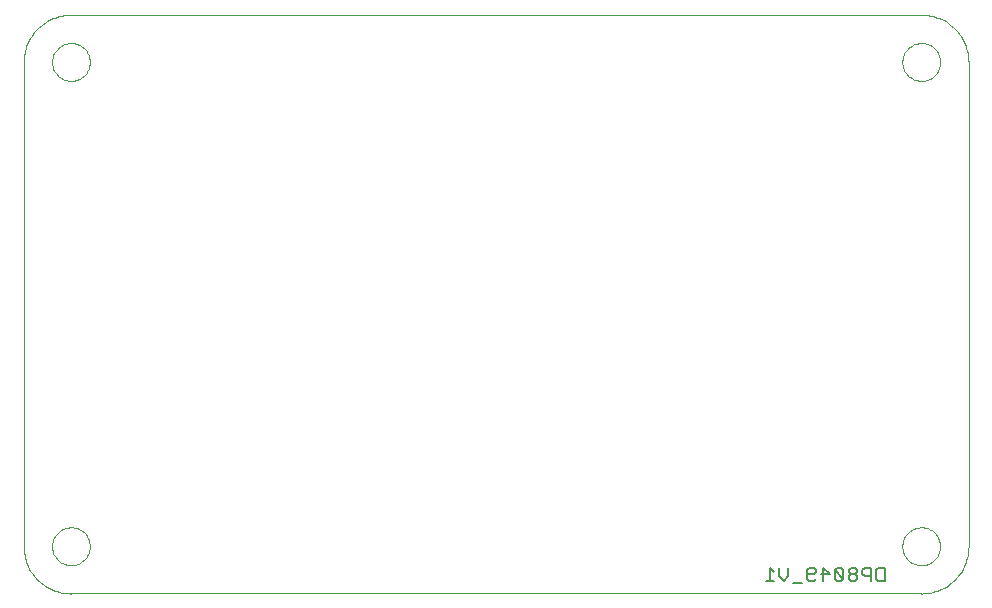
<source format=gbo>
G75*
%MOIN*%
%OFA0B0*%
%FSLAX24Y24*%
%IPPOS*%
%LPD*%
%AMOC8*
5,1,8,0,0,1.08239X$1,22.5*
%
%ADD10C,0.0000*%
%ADD11C,0.0060*%
D10*
X006993Y003416D02*
X035339Y003416D01*
X034709Y004990D02*
X034711Y005040D01*
X034717Y005090D01*
X034727Y005139D01*
X034741Y005187D01*
X034758Y005234D01*
X034779Y005279D01*
X034804Y005323D01*
X034832Y005364D01*
X034864Y005403D01*
X034898Y005440D01*
X034935Y005474D01*
X034975Y005504D01*
X035017Y005531D01*
X035061Y005555D01*
X035107Y005576D01*
X035154Y005592D01*
X035202Y005605D01*
X035252Y005614D01*
X035301Y005619D01*
X035352Y005620D01*
X035402Y005617D01*
X035451Y005610D01*
X035500Y005599D01*
X035548Y005584D01*
X035594Y005566D01*
X035639Y005544D01*
X035682Y005518D01*
X035723Y005489D01*
X035762Y005457D01*
X035798Y005422D01*
X035830Y005384D01*
X035860Y005344D01*
X035887Y005301D01*
X035910Y005257D01*
X035929Y005211D01*
X035945Y005163D01*
X035957Y005114D01*
X035965Y005065D01*
X035969Y005015D01*
X035969Y004965D01*
X035965Y004915D01*
X035957Y004866D01*
X035945Y004817D01*
X035929Y004769D01*
X035910Y004723D01*
X035887Y004679D01*
X035860Y004636D01*
X035830Y004596D01*
X035798Y004558D01*
X035762Y004523D01*
X035723Y004491D01*
X035682Y004462D01*
X035639Y004436D01*
X035594Y004414D01*
X035548Y004396D01*
X035500Y004381D01*
X035451Y004370D01*
X035402Y004363D01*
X035352Y004360D01*
X035301Y004361D01*
X035252Y004366D01*
X035202Y004375D01*
X035154Y004388D01*
X035107Y004404D01*
X035061Y004425D01*
X035017Y004449D01*
X034975Y004476D01*
X034935Y004506D01*
X034898Y004540D01*
X034864Y004577D01*
X034832Y004616D01*
X034804Y004657D01*
X034779Y004701D01*
X034758Y004746D01*
X034741Y004793D01*
X034727Y004841D01*
X034717Y004890D01*
X034711Y004940D01*
X034709Y004990D01*
X035339Y003415D02*
X035416Y003417D01*
X035493Y003423D01*
X035570Y003432D01*
X035646Y003445D01*
X035722Y003462D01*
X035796Y003483D01*
X035870Y003507D01*
X035942Y003535D01*
X036012Y003566D01*
X036081Y003601D01*
X036149Y003639D01*
X036214Y003680D01*
X036277Y003725D01*
X036338Y003773D01*
X036397Y003823D01*
X036453Y003876D01*
X036506Y003932D01*
X036556Y003991D01*
X036604Y004052D01*
X036649Y004115D01*
X036690Y004180D01*
X036728Y004248D01*
X036763Y004317D01*
X036794Y004387D01*
X036822Y004459D01*
X036846Y004533D01*
X036867Y004607D01*
X036884Y004683D01*
X036897Y004759D01*
X036906Y004836D01*
X036912Y004913D01*
X036914Y004990D01*
X036914Y021132D01*
X034709Y021132D02*
X034711Y021182D01*
X034717Y021232D01*
X034727Y021281D01*
X034741Y021329D01*
X034758Y021376D01*
X034779Y021421D01*
X034804Y021465D01*
X034832Y021506D01*
X034864Y021545D01*
X034898Y021582D01*
X034935Y021616D01*
X034975Y021646D01*
X035017Y021673D01*
X035061Y021697D01*
X035107Y021718D01*
X035154Y021734D01*
X035202Y021747D01*
X035252Y021756D01*
X035301Y021761D01*
X035352Y021762D01*
X035402Y021759D01*
X035451Y021752D01*
X035500Y021741D01*
X035548Y021726D01*
X035594Y021708D01*
X035639Y021686D01*
X035682Y021660D01*
X035723Y021631D01*
X035762Y021599D01*
X035798Y021564D01*
X035830Y021526D01*
X035860Y021486D01*
X035887Y021443D01*
X035910Y021399D01*
X035929Y021353D01*
X035945Y021305D01*
X035957Y021256D01*
X035965Y021207D01*
X035969Y021157D01*
X035969Y021107D01*
X035965Y021057D01*
X035957Y021008D01*
X035945Y020959D01*
X035929Y020911D01*
X035910Y020865D01*
X035887Y020821D01*
X035860Y020778D01*
X035830Y020738D01*
X035798Y020700D01*
X035762Y020665D01*
X035723Y020633D01*
X035682Y020604D01*
X035639Y020578D01*
X035594Y020556D01*
X035548Y020538D01*
X035500Y020523D01*
X035451Y020512D01*
X035402Y020505D01*
X035352Y020502D01*
X035301Y020503D01*
X035252Y020508D01*
X035202Y020517D01*
X035154Y020530D01*
X035107Y020546D01*
X035061Y020567D01*
X035017Y020591D01*
X034975Y020618D01*
X034935Y020648D01*
X034898Y020682D01*
X034864Y020719D01*
X034832Y020758D01*
X034804Y020799D01*
X034779Y020843D01*
X034758Y020888D01*
X034741Y020935D01*
X034727Y020983D01*
X034717Y021032D01*
X034711Y021082D01*
X034709Y021132D01*
X035339Y022707D02*
X035416Y022705D01*
X035493Y022699D01*
X035570Y022690D01*
X035646Y022677D01*
X035722Y022660D01*
X035796Y022639D01*
X035870Y022615D01*
X035942Y022587D01*
X036012Y022556D01*
X036081Y022521D01*
X036149Y022483D01*
X036214Y022442D01*
X036277Y022397D01*
X036338Y022349D01*
X036397Y022299D01*
X036453Y022246D01*
X036506Y022190D01*
X036556Y022131D01*
X036604Y022070D01*
X036649Y022007D01*
X036690Y021942D01*
X036728Y021874D01*
X036763Y021805D01*
X036794Y021735D01*
X036822Y021663D01*
X036846Y021589D01*
X036867Y021515D01*
X036884Y021439D01*
X036897Y021363D01*
X036906Y021286D01*
X036912Y021209D01*
X036914Y021132D01*
X035339Y022707D02*
X006993Y022707D01*
X006363Y021132D02*
X006365Y021182D01*
X006371Y021232D01*
X006381Y021281D01*
X006395Y021329D01*
X006412Y021376D01*
X006433Y021421D01*
X006458Y021465D01*
X006486Y021506D01*
X006518Y021545D01*
X006552Y021582D01*
X006589Y021616D01*
X006629Y021646D01*
X006671Y021673D01*
X006715Y021697D01*
X006761Y021718D01*
X006808Y021734D01*
X006856Y021747D01*
X006906Y021756D01*
X006955Y021761D01*
X007006Y021762D01*
X007056Y021759D01*
X007105Y021752D01*
X007154Y021741D01*
X007202Y021726D01*
X007248Y021708D01*
X007293Y021686D01*
X007336Y021660D01*
X007377Y021631D01*
X007416Y021599D01*
X007452Y021564D01*
X007484Y021526D01*
X007514Y021486D01*
X007541Y021443D01*
X007564Y021399D01*
X007583Y021353D01*
X007599Y021305D01*
X007611Y021256D01*
X007619Y021207D01*
X007623Y021157D01*
X007623Y021107D01*
X007619Y021057D01*
X007611Y021008D01*
X007599Y020959D01*
X007583Y020911D01*
X007564Y020865D01*
X007541Y020821D01*
X007514Y020778D01*
X007484Y020738D01*
X007452Y020700D01*
X007416Y020665D01*
X007377Y020633D01*
X007336Y020604D01*
X007293Y020578D01*
X007248Y020556D01*
X007202Y020538D01*
X007154Y020523D01*
X007105Y020512D01*
X007056Y020505D01*
X007006Y020502D01*
X006955Y020503D01*
X006906Y020508D01*
X006856Y020517D01*
X006808Y020530D01*
X006761Y020546D01*
X006715Y020567D01*
X006671Y020591D01*
X006629Y020618D01*
X006589Y020648D01*
X006552Y020682D01*
X006518Y020719D01*
X006486Y020758D01*
X006458Y020799D01*
X006433Y020843D01*
X006412Y020888D01*
X006395Y020935D01*
X006381Y020983D01*
X006371Y021032D01*
X006365Y021082D01*
X006363Y021132D01*
X005418Y021132D02*
X005420Y021209D01*
X005426Y021286D01*
X005435Y021363D01*
X005448Y021439D01*
X005465Y021515D01*
X005486Y021589D01*
X005510Y021663D01*
X005538Y021735D01*
X005569Y021805D01*
X005604Y021874D01*
X005642Y021942D01*
X005683Y022007D01*
X005728Y022070D01*
X005776Y022131D01*
X005826Y022190D01*
X005879Y022246D01*
X005935Y022299D01*
X005994Y022349D01*
X006055Y022397D01*
X006118Y022442D01*
X006183Y022483D01*
X006251Y022521D01*
X006320Y022556D01*
X006390Y022587D01*
X006462Y022615D01*
X006536Y022639D01*
X006610Y022660D01*
X006686Y022677D01*
X006762Y022690D01*
X006839Y022699D01*
X006916Y022705D01*
X006993Y022707D01*
X005418Y021132D02*
X005418Y004990D01*
X006363Y004990D02*
X006365Y005040D01*
X006371Y005090D01*
X006381Y005139D01*
X006395Y005187D01*
X006412Y005234D01*
X006433Y005279D01*
X006458Y005323D01*
X006486Y005364D01*
X006518Y005403D01*
X006552Y005440D01*
X006589Y005474D01*
X006629Y005504D01*
X006671Y005531D01*
X006715Y005555D01*
X006761Y005576D01*
X006808Y005592D01*
X006856Y005605D01*
X006906Y005614D01*
X006955Y005619D01*
X007006Y005620D01*
X007056Y005617D01*
X007105Y005610D01*
X007154Y005599D01*
X007202Y005584D01*
X007248Y005566D01*
X007293Y005544D01*
X007336Y005518D01*
X007377Y005489D01*
X007416Y005457D01*
X007452Y005422D01*
X007484Y005384D01*
X007514Y005344D01*
X007541Y005301D01*
X007564Y005257D01*
X007583Y005211D01*
X007599Y005163D01*
X007611Y005114D01*
X007619Y005065D01*
X007623Y005015D01*
X007623Y004965D01*
X007619Y004915D01*
X007611Y004866D01*
X007599Y004817D01*
X007583Y004769D01*
X007564Y004723D01*
X007541Y004679D01*
X007514Y004636D01*
X007484Y004596D01*
X007452Y004558D01*
X007416Y004523D01*
X007377Y004491D01*
X007336Y004462D01*
X007293Y004436D01*
X007248Y004414D01*
X007202Y004396D01*
X007154Y004381D01*
X007105Y004370D01*
X007056Y004363D01*
X007006Y004360D01*
X006955Y004361D01*
X006906Y004366D01*
X006856Y004375D01*
X006808Y004388D01*
X006761Y004404D01*
X006715Y004425D01*
X006671Y004449D01*
X006629Y004476D01*
X006589Y004506D01*
X006552Y004540D01*
X006518Y004577D01*
X006486Y004616D01*
X006458Y004657D01*
X006433Y004701D01*
X006412Y004746D01*
X006395Y004793D01*
X006381Y004841D01*
X006371Y004890D01*
X006365Y004940D01*
X006363Y004990D01*
X005418Y004990D02*
X005420Y004913D01*
X005426Y004836D01*
X005435Y004759D01*
X005448Y004683D01*
X005465Y004607D01*
X005486Y004533D01*
X005510Y004459D01*
X005538Y004387D01*
X005569Y004317D01*
X005604Y004248D01*
X005642Y004180D01*
X005683Y004115D01*
X005728Y004052D01*
X005776Y003991D01*
X005826Y003932D01*
X005879Y003876D01*
X005935Y003823D01*
X005994Y003773D01*
X006055Y003725D01*
X006118Y003680D01*
X006183Y003639D01*
X006251Y003601D01*
X006320Y003566D01*
X006390Y003535D01*
X006462Y003507D01*
X006536Y003483D01*
X006610Y003462D01*
X006686Y003445D01*
X006762Y003432D01*
X006839Y003423D01*
X006916Y003417D01*
X006993Y003415D01*
D11*
X030152Y003839D02*
X030445Y003839D01*
X030298Y003839D02*
X030298Y004280D01*
X030445Y004133D01*
X030612Y003986D02*
X030612Y004280D01*
X030906Y004280D02*
X030906Y003986D01*
X030759Y003839D01*
X030612Y003986D01*
X031072Y003766D02*
X031366Y003766D01*
X031533Y003913D02*
X031606Y003839D01*
X031753Y003839D01*
X031826Y003913D01*
X031753Y004060D02*
X031533Y004060D01*
X031533Y004206D02*
X031533Y003913D01*
X031753Y004060D02*
X031826Y004133D01*
X031826Y004206D01*
X031753Y004280D01*
X031606Y004280D01*
X031533Y004206D01*
X031993Y004060D02*
X032287Y004060D01*
X032067Y004280D01*
X032067Y003839D01*
X032454Y003913D02*
X032527Y003839D01*
X032674Y003839D01*
X032747Y003913D01*
X032454Y004206D01*
X032454Y003913D01*
X032747Y003913D02*
X032747Y004206D01*
X032674Y004280D01*
X032527Y004280D01*
X032454Y004206D01*
X032914Y004206D02*
X032914Y004133D01*
X032987Y004060D01*
X033134Y004060D01*
X033207Y004133D01*
X033207Y004206D01*
X033134Y004280D01*
X032987Y004280D01*
X032914Y004206D01*
X032987Y004060D02*
X032914Y003986D01*
X032914Y003913D01*
X032987Y003839D01*
X033134Y003839D01*
X033207Y003913D01*
X033207Y003986D01*
X033134Y004060D01*
X033374Y004060D02*
X033448Y003986D01*
X033668Y003986D01*
X033668Y003839D02*
X033668Y004280D01*
X033448Y004280D01*
X033374Y004206D01*
X033374Y004060D01*
X033835Y003913D02*
X033835Y004206D01*
X033908Y004280D01*
X034128Y004280D01*
X034128Y003839D01*
X033908Y003839D01*
X033835Y003913D01*
M02*

</source>
